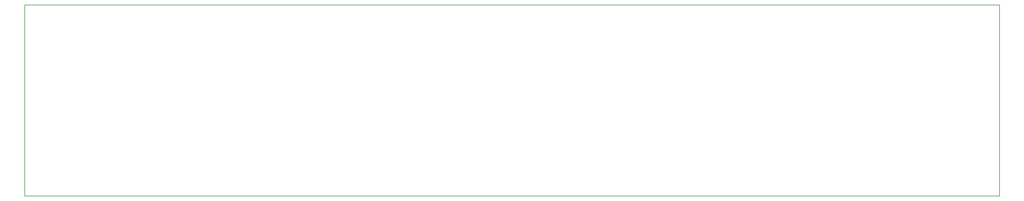
<source format=gbr>
G04 #@! TF.GenerationSoftware,KiCad,Pcbnew,(5.0.0-rc2-dev-444-g2974a2c10)*
G04 #@! TF.CreationDate,2018-06-15T13:24:22+02:00*
G04 #@! TF.ProjectId,BackplanePCB_solder,4261636B706C616E655043425F736F6C,rev?*
G04 #@! TF.SameCoordinates,Original*
G04 #@! TF.FileFunction,Profile,NP*
%FSLAX46Y46*%
G04 Gerber Fmt 4.6, Leading zero omitted, Abs format (unit mm)*
G04 Created by KiCad (PCBNEW (5.0.0-rc2-dev-444-g2974a2c10)) date 06/15/18 13:24:22*
%MOMM*%
%LPD*%
G01*
G04 APERTURE LIST*
%ADD10C,0.150000*%
G04 APERTURE END LIST*
D10*
X340000000Y-176000000D02*
X340000000Y-231000000D01*
X60000000Y-231000000D02*
X60000000Y-176000000D01*
X340000000Y-231000000D02*
X60000000Y-231000000D01*
X60000000Y-176000000D02*
X340000000Y-176000000D01*
M02*

</source>
